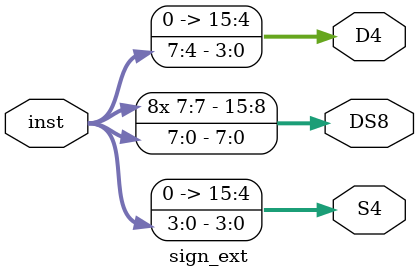
<source format=v>
module sign_ext (
  input [15:0] inst,
  output [15:0] S4,
  output [15:0] DS8,
  output [15:0] D4
);

assign S4 = {12'b0, inst[3:0]};
assign D4 = {12'b0, inst[7:4]};
assign DS8 = {{8{inst[7]}}, inst[7:0]};

  
endmodule
</source>
